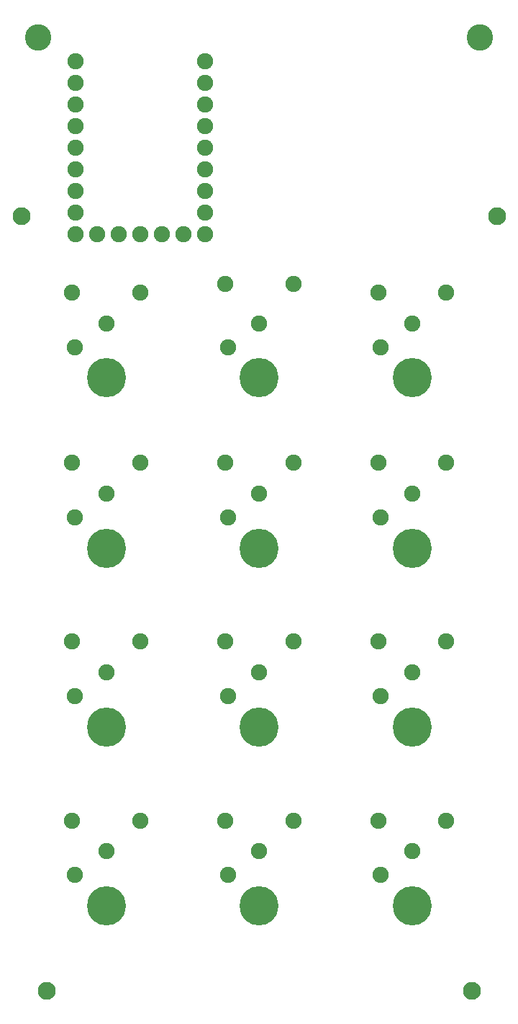
<source format=gts>
G04 Layer: TopSolderMaskLayer*
G04 EasyEDA v6.5.51, 2025-09-03 10:09:53*
G04 82822ffc499f437880ef7a522e439a80,3c8b1c4139ec4bbbaae9228842dbec63,10*
G04 Gerber Generator version 0.2*
G04 Scale: 100 percent, Rotated: No, Reflected: No *
G04 Dimensions in millimeters *
G04 leading zeros omitted , absolute positions ,4 integer and 5 decimal *
%FSLAX45Y45*%
%MOMM*%

%ADD10C,1.9000*%
%ADD11C,1.9016*%
%ADD12C,4.6016*%
%ADD13C,3.1016*%
%ADD14C,2.1016*%
%ADD15C,0.0123*%

%LPD*%
D10*
G01*
X1599996Y-9599980D03*
G01*
X799998Y-9599980D03*
G01*
X3399993Y-9599980D03*
G01*
X2599994Y-9599980D03*
G01*
X5199989Y-9599980D03*
G01*
X4399991Y-9599980D03*
G01*
X1599996Y-7499985D03*
G01*
X799998Y-7499985D03*
G01*
X3399993Y-7499985D03*
G01*
X2599994Y-7499985D03*
G01*
X5199989Y-7499985D03*
G01*
X4399991Y-7499985D03*
G01*
X1599996Y-5399989D03*
G01*
X799998Y-5399989D03*
G01*
X3399993Y-5399989D03*
G01*
X2599994Y-5399989D03*
G01*
X5199989Y-5399989D03*
G01*
X4399991Y-5399989D03*
G01*
X1599996Y-3399993D03*
G01*
X799998Y-3399993D03*
G01*
X3399993Y-3299993D03*
G01*
X2599994Y-3299993D03*
G01*
X5199989Y-3399993D03*
G01*
X4399991Y-3399993D03*
D11*
G01*
X837996Y-684021D03*
G01*
X837996Y-938021D03*
G01*
X837996Y-1192021D03*
G01*
X837996Y-1446021D03*
G01*
X837996Y-1700021D03*
G01*
X837996Y-1954021D03*
G01*
X837996Y-2208021D03*
G01*
X837996Y-2462021D03*
G01*
X837996Y-2716021D03*
G01*
X1091996Y-2716021D03*
G01*
X2361996Y-938021D03*
G01*
X2107996Y-2716021D03*
G01*
X2361996Y-2716021D03*
G01*
X2361996Y-2462021D03*
G01*
X2361996Y-2208021D03*
G01*
X2361996Y-1954021D03*
G01*
X2361996Y-1700021D03*
G01*
X2361996Y-1446021D03*
G01*
X2361996Y-1192021D03*
G01*
X2361996Y-684021D03*
G01*
X1345996Y-2716021D03*
G01*
X1853996Y-2716021D03*
G01*
X1599996Y-2716021D03*
G01*
X1199997Y-3759987D03*
G01*
X829995Y-4039996D03*
D12*
G01*
X1199997Y-4399991D03*
D11*
G01*
X4799990Y-3759987D03*
G01*
X4429988Y-4039996D03*
D12*
G01*
X4799990Y-4399991D03*
D11*
G01*
X2999892Y-3760012D03*
G01*
X2629890Y-4040022D03*
D12*
G01*
X2999892Y-4400016D03*
D11*
G01*
X1199794Y-9959975D03*
G01*
X829792Y-10239984D03*
D12*
G01*
X1199794Y-10599978D03*
D11*
G01*
X2999892Y-9959975D03*
G01*
X2629890Y-10239984D03*
D12*
G01*
X2999892Y-10599978D03*
D11*
G01*
X4799990Y-9959975D03*
G01*
X4429988Y-10239984D03*
D12*
G01*
X4799990Y-10599978D03*
D11*
G01*
X1199794Y-7859903D03*
G01*
X829792Y-8139912D03*
D12*
G01*
X1199794Y-8499906D03*
D11*
G01*
X2999892Y-7859903D03*
G01*
X2629890Y-8139912D03*
D12*
G01*
X2999892Y-8499906D03*
D11*
G01*
X4799990Y-7859903D03*
G01*
X4429988Y-8139912D03*
D12*
G01*
X4799990Y-8499906D03*
D11*
G01*
X1199794Y-5760085D03*
G01*
X829792Y-6040094D03*
D12*
G01*
X1199794Y-6400088D03*
D11*
G01*
X2999892Y-5760085D03*
G01*
X2629890Y-6040094D03*
D12*
G01*
X2999892Y-6400088D03*
D11*
G01*
X4799990Y-5760085D03*
G01*
X4429988Y-6040094D03*
D12*
G01*
X4799990Y-6400088D03*
D13*
G01*
X399999Y-399999D03*
G01*
X5599988Y-399999D03*
D14*
G01*
X5499887Y-11600002D03*
G01*
X499897Y-11600002D03*
G01*
X5799988Y-2499995D03*
G01*
X199999Y-2499995D03*
M02*

</source>
